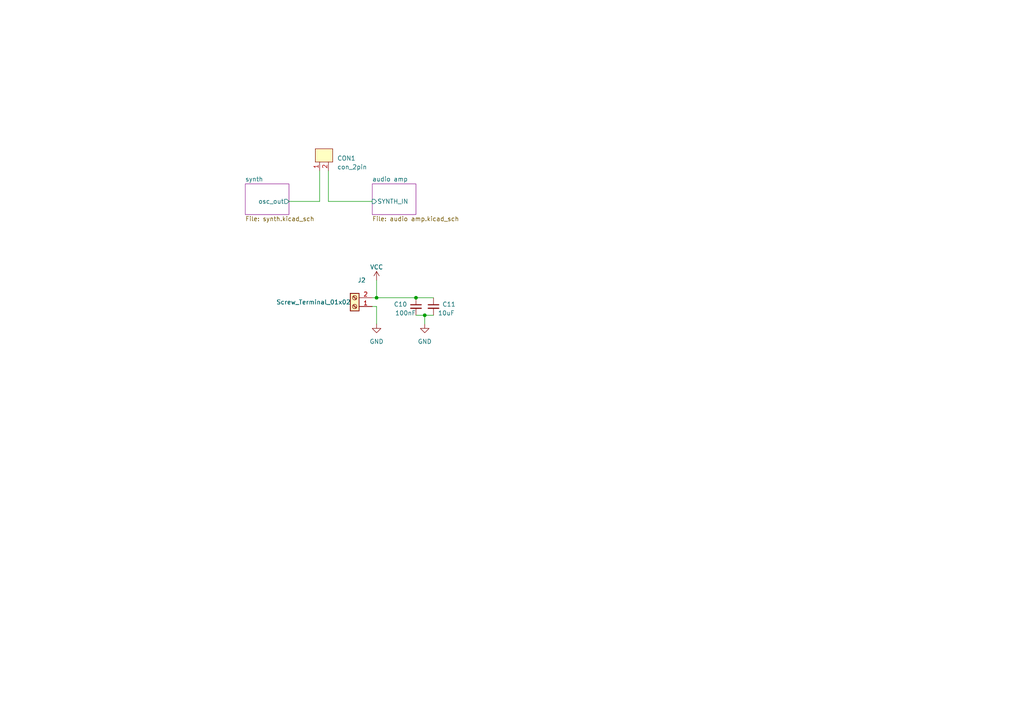
<source format=kicad_sch>
(kicad_sch (version 20210406) (generator eeschema)
  (paper "A4")
  (lib_symbols
    (symbol "Connector:Screw_Terminal_01x02" (pin_names (offset 1.016) hide)
      (property "Reference" "J" (at 0 2.54 0))
      (property "Value" "Screw_Terminal_01x02" (at 0 -5.08 0))
      (symbol "Screw_Terminal_01x02_1_1"
        (circle (center 0 -2.54) (radius 0.635) (stroke (width 0.1524)))
        (circle (center 0 0) (radius 0.635) (stroke (width 0.1524)))
        (rectangle (start -1.27 1.27) (end 1.27 -3.81) (stroke (width 0.254)) (fill (type background)))
        (polyline (pts (xy -0.5334 -2.2098) (xy 0.3302 -3.048)) (stroke (width 0.1524)))
        (polyline (pts (xy -0.5334 0.3302) (xy 0.3302 -0.508)) (stroke (width 0.1524)))
        (polyline (pts (xy -0.3556 -2.032) (xy 0.508 -2.8702)) (stroke (width 0.1524)))
        (polyline (pts (xy -0.3556 0.508) (xy 0.508 -0.3302)) (stroke (width 0.1524)))
        (pin passive line (at -5.08 0 0) (length 3.81) (name "Pin_1") (number "1"))
        (pin passive line (at -5.08 -2.54 0) (length 3.81) (name "Pin_2") (number "2"))
      )
    )
    (symbol "Device:C_Small" (pin_numbers hide) (pin_names (offset 0.254) hide)
      (property "Reference" "C" (at 0.254 1.778 0))
      (property "Value" "C_Small" (at 0.254 -2.032 0))
      (symbol "C_Small_0_1"
        (polyline (pts (xy -1.524 -0.508) (xy 1.524 -0.508)) (stroke (width 0.3302)))
        (polyline (pts (xy -1.524 0.508) (xy 1.524 0.508)) (stroke (width 0.3048)))
      )
      (symbol "C_Small_1_1"
        (pin passive line (at 0 2.54 270) (length 2.032) (name "~") (number "1"))
        (pin passive line (at 0 -2.54 90) (length 2.032) (name "~") (number "2"))
      )
    )
    (symbol "conectors:con_2pin" (pin_names (offset 1.016))
      (property "Reference" "CON" (at 3.81 0 90))
      (property "Value" "con_2pin" (at 1.27 3.81 0))
      (symbol "con_2pin_1_1"
        (rectangle (start -1.27 2.54) (end 2.54 -2.54) (fill (type background)))
        (pin unspecified line (at -3.81 1.27 0) (length 2.54) (name "~") (number "1"))
        (pin unspecified line (at -3.81 -1.27 0) (length 2.54) (name "~") (number "2"))
      )
    )
    (symbol "power:GND" (power) (pin_names (offset 0))
      (property "Value" "GND" (at 0 -3.81 0))
      (symbol "GND_0_1"
        (polyline (pts (xy 0 0) (xy 0 -1.27) (xy 1.27 -1.27) (xy 0 -2.54) (xy -1.27 -1.27) (xy 0 -1.27)))
      )
      (symbol "GND_1_1"
        (pin power_in line (at 0 0 270) (length 0) hide (name "GND") (number "1"))
      )
    )
    (symbol "power:VCC" (power) (pin_names (offset 0))
      (property "Value" "VCC" (at 0 3.81 0))
      (symbol "VCC_0_1"
        (polyline (pts (xy -0.762 1.27) (xy 0 2.54)))
        (polyline (pts (xy 0 0) (xy 0 2.54)))
        (polyline (pts (xy 0 2.54) (xy 0.762 1.27)))
      )
      (symbol "VCC_1_1"
        (pin power_in line (at 0 0 90) (length 0) hide (name "VCC") (number "1"))
      )
    )
  )
  (junction (at 109.22 86.36) (diameter 0.9144))
  (junction (at 120.65 86.36) (diameter 0.9144))
  (junction (at 123.19 91.44) (diameter 0.9144))
  (wire (pts (xy 92.71 49.53) (xy 92.71 58.42)))
  (wire (pts (xy 92.71 58.42) (xy 83.82 58.42)))
  (wire (pts (xy 95.25 58.42) (xy 95.25 49.53)))
  (wire (pts (xy 107.95 58.42) (xy 95.25 58.42)))
  (wire (pts (xy 107.95 86.36) (xy 109.22 86.36)))
  (wire (pts (xy 107.95 88.9) (xy 109.22 88.9)))
  (wire (pts (xy 109.22 81.28) (xy 109.22 86.36)))
  (wire (pts (xy 109.22 86.36) (xy 120.65 86.36)))
  (wire (pts (xy 109.22 88.9) (xy 109.22 93.98)))
  (wire (pts (xy 120.65 86.36) (xy 125.73 86.36)))
  (wire (pts (xy 120.65 91.44) (xy 123.19 91.44)))
  (wire (pts (xy 123.19 91.44) (xy 123.19 93.98)))
  (wire (pts (xy 123.19 91.44) (xy 125.73 91.44)))
  (symbol (lib_id "power:VCC") (at 109.22 81.28 0) (unit 1)
    (property "Reference" "#PWR0113" (effects hide))
    (property "Value" "VCC" (at 109.22 77.47 0))
  )
  (symbol (lib_id "power:GND") (at 109.22 93.98 0) (unit 1)
    (property "Reference" "#PWR0112" (effects hide))
    (property "Value" "GND" (at 109.22 99.06 0))
  )
  (symbol (lib_id "power:GND") (at 123.19 93.98 0) (unit 1)
    (property "Reference" "#PWR0111" (effects hide))
    (property "Value" "GND" (at 123.19 99.06 0))
  )
  (symbol (lib_id "Device:C_Small") (at 120.65 88.9 0) (mirror y) (unit 1)
    (property "Reference" "C10" (at 118.11 88.2649 0) (effects (justify left)))
    (property "Value" "100nF" (at 120.65 90.8049 0) (effects (justify left)))
    (property "Footprint" "vanalles:0603" (effects hide))
  )
  (symbol (lib_id "Device:C_Small") (at 125.73 88.9 0) (unit 1)
    (property "Reference" "C11" (at 128.27 88.2649 0) (effects (justify left)))
    (property "Value" "10uF" (at 127 90.8049 0) (effects (justify left)))
    (property "Footprint" "vanalles:0603" (effects hide))
  )
  (symbol (lib_id "conectors:con_2pin") (at 93.98 45.72 90) (unit 1)
    (property "Reference" "CON1" (at 97.79 45.9104 90) (effects (justify right)))
    (property "Value" "con_2pin" (at 97.79 48.4504 90) (effects (justify right)))
    (property "Footprint" "connectors_user:2 pin header" (effects hide))
  )
  (symbol (lib_id "Connector:Screw_Terminal_01x02") (at 102.87 88.9 180) (unit 1)
    (property "Reference" "J2" (at 104.902 81.28 0))
    (property "Value" "Screw_Terminal_01x02" (at 90.932 87.63 0))
    (property "Footprint" "connectors_user:2pin_screw" (effects hide))
  )
  (sheet (at 107.95 53.34) (size 12.7 8.89) (stroke (width 0.0006) (color 132 0 132 1)) (fill (color 255 255 255 0.0000))
    (property "Sheet name" "audio amp" (at 107.95 52.7043 0) (effects (justify left bottom)))
    (property "Sheet file" "audio amp.kicad_sch" (at 107.95 62.7387 0) (effects (justify left top)))
    (pin "SYNTH_IN" input (at 107.95 58.42 180))
  )
  (sheet (at 71.12 53.34) (size 12.7 8.89) (stroke (width 0.0006) (color 132 0 132 1)) (fill (color 255 255 255 0.0000))
    (property "Sheet name" "synth" (at 71.12 52.7043 0) (effects (justify left bottom)))
    (property "Sheet file" "synth.kicad_sch" (at 71.12 62.7387 0) (effects (justify left top)))
    (pin "osc_out" output (at 83.82 58.42 0))
  )
)
</source>
